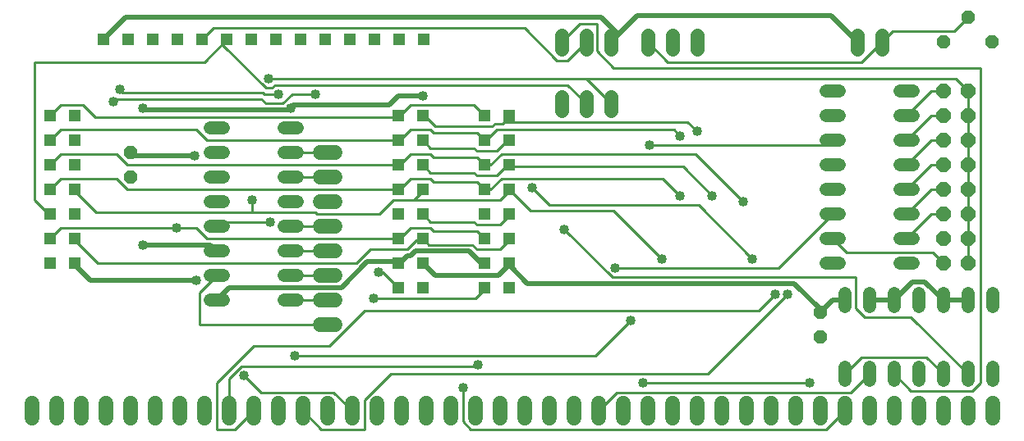
<source format=gtl>
G75*
%MOIN*%
%OFA0B0*%
%FSLAX24Y24*%
%IPPOS*%
%LPD*%
%AMOC8*
5,1,8,0,0,1.08239X$1,22.5*
%
%ADD10C,0.0600*%
%ADD11OC8,0.0600*%
%ADD12OC8,0.0520*%
%ADD13C,0.0520*%
%ADD14R,0.0515X0.0515*%
%ADD15C,0.0560*%
%ADD16C,0.0200*%
%ADD17C,0.0400*%
%ADD18C,0.0100*%
D10*
X000680Y000880D02*
X000680Y001480D01*
X001680Y001480D02*
X001680Y000880D01*
X002680Y000880D02*
X002680Y001480D01*
X003680Y001480D02*
X003680Y000880D01*
X004680Y000880D02*
X004680Y001480D01*
X005680Y001480D02*
X005680Y000880D01*
X006680Y000880D02*
X006680Y001480D01*
X007680Y001480D02*
X007680Y000880D01*
X008680Y000880D02*
X008680Y001480D01*
X009680Y001480D02*
X009680Y000880D01*
X010680Y000880D02*
X010680Y001480D01*
X011680Y001480D02*
X011680Y000880D01*
X012680Y000880D02*
X012680Y001480D01*
X013680Y001480D02*
X013680Y000880D01*
X014680Y000880D02*
X014680Y001480D01*
X015680Y001480D02*
X015680Y000880D01*
X016680Y000880D02*
X016680Y001480D01*
X017680Y001480D02*
X017680Y000880D01*
X018680Y000880D02*
X018680Y001480D01*
X019680Y001480D02*
X019680Y000880D01*
X020680Y000880D02*
X020680Y001480D01*
X021680Y001480D02*
X021680Y000880D01*
X022680Y000880D02*
X022680Y001480D01*
X023680Y001480D02*
X023680Y000880D01*
X024680Y000880D02*
X024680Y001480D01*
X025680Y001480D02*
X025680Y000880D01*
X026680Y000880D02*
X026680Y001480D01*
X027680Y001480D02*
X027680Y000880D01*
X028680Y000880D02*
X028680Y001480D01*
X029680Y001480D02*
X029680Y000880D01*
X030680Y000880D02*
X030680Y001480D01*
X031680Y001480D02*
X031680Y000880D01*
X032680Y000880D02*
X032680Y001480D01*
X033680Y001480D02*
X033680Y000880D01*
X034680Y000880D02*
X034680Y001480D01*
X035680Y001480D02*
X035680Y000880D01*
X036680Y000880D02*
X036680Y001480D01*
X037680Y001480D02*
X037680Y000880D01*
X038680Y000880D02*
X038680Y001480D01*
X039680Y001480D02*
X039680Y000880D01*
X012980Y004680D02*
X012380Y004680D01*
X012380Y005680D02*
X012980Y005680D01*
X012980Y006680D02*
X012380Y006680D01*
X012380Y007680D02*
X012980Y007680D01*
X012980Y008680D02*
X012380Y008680D01*
X012380Y009680D02*
X012980Y009680D01*
X012980Y010680D02*
X012380Y010680D01*
X012380Y011680D02*
X012980Y011680D01*
D11*
X037680Y011180D03*
X038680Y011180D03*
X038680Y010180D03*
X037680Y010180D03*
X037680Y009180D03*
X038680Y009180D03*
X038680Y008180D03*
X037680Y008180D03*
X037680Y007180D03*
X038680Y007180D03*
X038680Y012180D03*
X037680Y012180D03*
X037680Y013180D03*
X038680Y013180D03*
X038680Y014180D03*
X037680Y014180D03*
D12*
X037690Y016180D03*
X039670Y016180D03*
X038680Y017180D03*
X032680Y005180D03*
X032680Y004180D03*
X004680Y010680D03*
X004680Y011680D03*
D13*
X007920Y011680D02*
X008440Y011680D01*
X008440Y012680D02*
X007920Y012680D01*
X010920Y012680D02*
X011440Y012680D01*
X011440Y011680D02*
X010920Y011680D01*
X010920Y010680D02*
X011440Y010680D01*
X011440Y009680D02*
X010920Y009680D01*
X010920Y008680D02*
X011440Y008680D01*
X011440Y007680D02*
X010920Y007680D01*
X010920Y006680D02*
X011440Y006680D01*
X011440Y005680D02*
X010920Y005680D01*
X008440Y005680D02*
X007920Y005680D01*
X007920Y006680D02*
X008440Y006680D01*
X008440Y007680D02*
X007920Y007680D01*
X007920Y008680D02*
X008440Y008680D01*
X008440Y009680D02*
X007920Y009680D01*
X007920Y010680D02*
X008440Y010680D01*
X032920Y010180D02*
X033440Y010180D01*
X033440Y009180D02*
X032920Y009180D01*
X032920Y008180D02*
X033440Y008180D01*
X033440Y007180D02*
X032920Y007180D01*
X033680Y005940D02*
X033680Y005420D01*
X034680Y005420D02*
X034680Y005940D01*
X035680Y005940D02*
X035680Y005420D01*
X036680Y005420D02*
X036680Y005940D01*
X037680Y005940D02*
X037680Y005420D01*
X038680Y005420D02*
X038680Y005940D01*
X039680Y005940D02*
X039680Y005420D01*
X036440Y007180D02*
X035920Y007180D01*
X035920Y008180D02*
X036440Y008180D01*
X036440Y009180D02*
X035920Y009180D01*
X035920Y010180D02*
X036440Y010180D01*
X036440Y011180D02*
X035920Y011180D01*
X035920Y012180D02*
X036440Y012180D01*
X036440Y013180D02*
X035920Y013180D01*
X035920Y014180D02*
X036440Y014180D01*
X033440Y014180D02*
X032920Y014180D01*
X032920Y013180D02*
X033440Y013180D01*
X033440Y012180D02*
X032920Y012180D01*
X032920Y011180D02*
X033440Y011180D01*
X033680Y002940D02*
X033680Y002420D01*
X034680Y002420D02*
X034680Y002940D01*
X035680Y002940D02*
X035680Y002420D01*
X036680Y002420D02*
X036680Y002940D01*
X037680Y002940D02*
X037680Y002420D01*
X038680Y002420D02*
X038680Y002940D01*
X039680Y002940D02*
X039680Y002420D01*
D14*
X020065Y006174D03*
X019065Y006174D03*
X019065Y007174D03*
X020065Y007174D03*
X020065Y008174D03*
X019065Y008174D03*
X019065Y009174D03*
X020065Y009174D03*
X020065Y010174D03*
X019065Y010174D03*
X019065Y011174D03*
X020065Y011174D03*
X020065Y012174D03*
X019065Y012174D03*
X019065Y013174D03*
X020065Y013174D03*
X016565Y013174D03*
X015565Y013174D03*
X015565Y012174D03*
X016565Y012174D03*
X016565Y011174D03*
X015565Y011174D03*
X015565Y010174D03*
X016565Y010174D03*
X016565Y009174D03*
X015565Y009174D03*
X015565Y008174D03*
X016565Y008174D03*
X016565Y007174D03*
X015565Y007174D03*
X015565Y006174D03*
X016565Y006174D03*
X002415Y007174D03*
X001415Y007174D03*
X001415Y008174D03*
X002415Y008174D03*
X002415Y009174D03*
X001415Y009174D03*
X001415Y010174D03*
X002415Y010174D03*
X002415Y011174D03*
X001415Y011174D03*
X001415Y012174D03*
X002415Y012174D03*
X002415Y013174D03*
X001415Y013174D03*
X003581Y016280D03*
X004581Y016280D03*
X005581Y016280D03*
X006581Y016280D03*
X007581Y016280D03*
X008581Y016280D03*
X009581Y016280D03*
X010581Y016280D03*
X011581Y016280D03*
X012581Y016280D03*
X013581Y016280D03*
X014581Y016280D03*
X015581Y016280D03*
X016581Y016280D03*
D15*
X022180Y016460D02*
X022180Y015900D01*
X023180Y015900D02*
X023180Y016460D01*
X024180Y016460D02*
X024180Y015900D01*
X025680Y015900D02*
X025680Y016460D01*
X026680Y016460D02*
X026680Y015900D01*
X027680Y015900D02*
X027680Y016460D01*
X024180Y013960D02*
X024180Y013400D01*
X023180Y013400D02*
X023180Y013960D01*
X022180Y013960D02*
X022180Y013400D01*
X034180Y015900D02*
X034180Y016460D01*
X035180Y016460D02*
X035180Y015900D01*
D16*
X034180Y016180D02*
X033118Y017243D01*
X025243Y017243D01*
X024180Y016180D01*
X024430Y016555D01*
X023805Y017180D01*
X004493Y017180D01*
X003618Y016305D01*
X003581Y016280D01*
X005180Y013493D02*
X005243Y013430D01*
X011118Y013430D01*
X011180Y013493D01*
X011305Y013618D01*
X015180Y013618D01*
X015555Y013993D01*
X016555Y013993D01*
X007305Y011555D02*
X004805Y011555D01*
X004680Y011680D01*
X005180Y007930D02*
X007930Y007930D01*
X008180Y007680D01*
X007368Y006493D02*
X003055Y006493D01*
X002430Y007118D01*
X002415Y007174D01*
X008180Y005680D02*
X008680Y006180D01*
X013243Y006180D01*
X014305Y007243D01*
X015493Y007243D01*
X015565Y007174D01*
X015618Y007180D01*
X015930Y007493D01*
X016055Y007493D01*
X016243Y007680D01*
X018430Y007680D01*
X018930Y007180D01*
X019055Y007180D01*
X019065Y007174D01*
X019618Y006680D02*
X020055Y007118D01*
X020065Y007174D01*
X020118Y007055D01*
X020805Y006368D01*
X031618Y006368D01*
X032680Y005305D01*
X032680Y005180D01*
X033180Y005680D01*
X033680Y005680D01*
X034680Y005680D02*
X035680Y005680D01*
X036430Y006430D01*
X036930Y006430D01*
X037680Y005680D01*
X038680Y005680D01*
X019618Y006680D02*
X017055Y006680D01*
X016618Y007118D01*
X016565Y007174D01*
D17*
X014743Y006805D03*
X014555Y005743D03*
X011368Y003430D03*
X009305Y002618D03*
X007368Y006493D03*
X005180Y007930D03*
X006555Y008618D03*
X009618Y009743D03*
X010368Y008868D03*
X007305Y011555D03*
X005180Y013493D03*
X003993Y013743D03*
X004243Y014243D03*
X010305Y014680D03*
X010680Y014055D03*
X011180Y013493D03*
X012180Y014055D03*
X016555Y013993D03*
X020993Y010243D03*
X022305Y008555D03*
X024368Y006993D03*
X026243Y007368D03*
X029930Y007368D03*
X030868Y005930D03*
X031368Y005930D03*
X024993Y004868D03*
X025493Y002305D03*
X018805Y003055D03*
X018180Y002118D03*
X032243Y002305D03*
X029555Y009680D03*
X028305Y009930D03*
X026993Y009930D03*
X025743Y011993D03*
X026993Y012368D03*
X027680Y012555D03*
D18*
X027305Y012930D01*
X019930Y012930D01*
X020065Y013174D01*
X020055Y013118D01*
X019805Y012868D01*
X019493Y012868D01*
X019368Y012743D01*
X017055Y012743D01*
X016680Y013118D01*
X016618Y013118D01*
X016565Y013174D01*
X016055Y013618D02*
X015618Y013180D01*
X015565Y013174D01*
X015555Y013118D01*
X003243Y013118D01*
X002743Y013618D01*
X001868Y013618D01*
X001430Y013180D01*
X001415Y013174D01*
X001868Y012618D02*
X007368Y012618D01*
X007805Y012180D01*
X015555Y012180D01*
X015565Y012174D01*
X015618Y012180D01*
X016055Y012618D01*
X016868Y012618D01*
X016993Y012493D01*
X018743Y012493D01*
X019055Y012180D01*
X019065Y012174D01*
X019118Y012180D01*
X019555Y012618D01*
X026743Y012618D01*
X026993Y012368D01*
X025743Y011993D02*
X032993Y011993D01*
X033180Y012180D01*
X036180Y012180D02*
X037180Y013180D01*
X037680Y013180D01*
X038680Y013180D02*
X038680Y012180D01*
X038680Y011180D01*
X038680Y010180D01*
X038680Y009180D01*
X038680Y008180D01*
X038680Y007180D01*
X037680Y007180D02*
X037243Y007618D01*
X033743Y007618D01*
X033180Y008180D01*
X033180Y009180D02*
X030993Y006993D01*
X024368Y006993D01*
X024243Y006618D02*
X022305Y008555D01*
X020930Y009305D02*
X020118Y010118D01*
X020065Y010174D01*
X020055Y010118D01*
X019680Y009743D01*
X016243Y009743D01*
X016211Y009774D01*
X016180Y009743D01*
X015368Y009743D01*
X014805Y009180D01*
X012243Y009180D01*
X012180Y009243D01*
X009618Y009243D01*
X009618Y009743D01*
X009618Y009243D02*
X003305Y009243D01*
X002430Y010118D01*
X002415Y010174D01*
X001868Y010618D02*
X001430Y010180D01*
X001415Y010174D01*
X000805Y009743D02*
X000805Y015368D01*
X007680Y015368D01*
X008555Y016243D01*
X008581Y016280D01*
X008430Y016055D01*
X010180Y014305D01*
X010430Y014305D01*
X010555Y014430D01*
X022430Y014430D01*
X023180Y013680D01*
X023211Y014649D02*
X024180Y013680D01*
X023243Y014680D02*
X023211Y014649D01*
X023180Y014680D01*
X010305Y014680D01*
X010055Y014118D02*
X010118Y014055D01*
X010680Y014055D01*
X010868Y013680D02*
X011243Y014055D01*
X012180Y014055D01*
X010868Y013680D02*
X010180Y013680D01*
X009993Y013868D01*
X004118Y013868D01*
X003993Y013743D01*
X004368Y014118D02*
X010055Y014118D01*
X007618Y016305D02*
X007581Y016280D01*
X007618Y016305D02*
X008055Y016743D01*
X020680Y016743D01*
X021993Y015430D01*
X022430Y015430D01*
X023180Y016180D01*
X023618Y015805D02*
X023618Y016930D01*
X022930Y016930D01*
X022180Y016180D01*
X023618Y015805D02*
X024305Y015118D01*
X039180Y015118D01*
X039180Y002305D01*
X038868Y001993D01*
X036368Y001993D01*
X035680Y002680D01*
X034680Y002680D02*
X033930Y001930D01*
X024430Y001930D01*
X023680Y001180D01*
X025493Y002305D02*
X032243Y002305D01*
X033680Y002680D02*
X034368Y003368D01*
X036993Y003368D01*
X037680Y002680D01*
X038680Y002680D02*
X036368Y004993D01*
X034493Y004993D01*
X034118Y005368D01*
X034118Y006618D01*
X024243Y006618D01*
X026243Y007368D02*
X024305Y009305D01*
X020930Y009305D01*
X021680Y009555D02*
X020993Y010243D01*
X019743Y010618D02*
X019305Y010180D01*
X019118Y010180D01*
X019065Y010174D01*
X019055Y010180D01*
X018743Y010493D01*
X016993Y010493D01*
X016868Y010618D01*
X016055Y010618D01*
X015618Y010180D01*
X015565Y010174D01*
X015555Y010180D01*
X004555Y010180D01*
X004118Y010618D01*
X001868Y010618D01*
X001430Y011180D02*
X001415Y011174D01*
X001430Y011180D02*
X001868Y011618D01*
X004118Y011618D01*
X004555Y011180D01*
X015555Y011180D01*
X015565Y011174D01*
X015618Y011180D01*
X016055Y011618D01*
X016868Y011618D01*
X016993Y011493D01*
X018743Y011493D01*
X019055Y011180D01*
X019065Y011174D01*
X019118Y011180D01*
X019305Y011180D01*
X019743Y011618D01*
X027618Y011618D01*
X029555Y009680D01*
X028305Y009930D02*
X027118Y011118D01*
X020118Y011118D01*
X020065Y011174D01*
X020055Y011118D01*
X019930Y011118D01*
X019555Y010743D01*
X018743Y010743D01*
X018618Y010868D01*
X016868Y010868D01*
X016618Y011118D01*
X016565Y011174D01*
X016868Y011868D02*
X018618Y011868D01*
X018743Y011743D01*
X019555Y011743D01*
X019930Y012118D01*
X020055Y012118D01*
X020065Y012174D01*
X019065Y013174D02*
X019055Y013180D01*
X018618Y013618D01*
X016055Y013618D01*
X016565Y012174D02*
X016618Y012118D01*
X016868Y011868D01*
X019743Y010618D02*
X026305Y010618D01*
X026993Y009930D01*
X027743Y009555D02*
X021680Y009555D01*
X020065Y009174D02*
X020055Y009118D01*
X019680Y008743D01*
X018743Y008743D01*
X018618Y008868D01*
X016868Y008868D01*
X016618Y009118D01*
X016565Y009174D01*
X016868Y008618D02*
X016055Y008618D01*
X015618Y008180D01*
X015565Y008174D01*
X015555Y008180D01*
X007805Y008180D01*
X007368Y008618D01*
X006555Y008618D01*
X001868Y008618D01*
X001430Y008180D01*
X001415Y008174D01*
X002415Y008174D02*
X002430Y008118D01*
X003368Y007180D01*
X013868Y007180D01*
X014430Y007743D01*
X015930Y007743D01*
X016305Y008118D01*
X016555Y008118D01*
X016565Y008174D01*
X016618Y008118D01*
X016805Y007930D01*
X018555Y007930D01*
X018743Y007743D01*
X019680Y007743D01*
X020055Y008118D01*
X020065Y008174D01*
X019065Y008174D02*
X019055Y008180D01*
X018743Y008493D01*
X016993Y008493D01*
X016868Y008618D01*
X016211Y009774D02*
X016555Y010118D01*
X016565Y010174D01*
X012680Y010680D02*
X011180Y010680D01*
X011180Y011680D02*
X012680Y011680D01*
X010368Y008868D02*
X008368Y008868D01*
X008180Y008680D01*
X011180Y008680D02*
X012680Y008680D01*
X012680Y007680D02*
X011180Y007680D01*
X011180Y006680D02*
X012680Y006680D01*
X014743Y006805D02*
X014930Y006805D01*
X015555Y006180D01*
X015565Y006174D01*
X014555Y005743D02*
X018680Y005743D01*
X019055Y006118D01*
X019065Y006174D01*
X014180Y005243D02*
X012743Y003805D01*
X009680Y003805D01*
X008180Y002305D01*
X008180Y000430D01*
X008930Y000430D01*
X009680Y001180D01*
X008680Y001180D02*
X008680Y002493D01*
X009180Y002993D01*
X018743Y002993D01*
X018805Y003055D01*
X018180Y002118D02*
X018180Y000743D01*
X018493Y000430D01*
X032930Y000430D01*
X033680Y001180D01*
X031368Y005930D02*
X028118Y002680D01*
X015243Y002680D01*
X014180Y001618D01*
X014180Y000430D01*
X012430Y000430D01*
X011680Y001180D01*
X012930Y001930D02*
X009993Y001930D01*
X009305Y002618D01*
X011368Y003430D02*
X023555Y003430D01*
X024993Y004868D01*
X030180Y005243D02*
X014180Y005243D01*
X012680Y005680D02*
X011180Y005680D01*
X012680Y004680D02*
X007493Y004680D01*
X007493Y005993D01*
X008180Y006680D01*
X001415Y009174D02*
X001368Y009180D01*
X000805Y009743D01*
X001415Y012174D02*
X001430Y012180D01*
X001868Y012618D01*
X004243Y014243D02*
X004368Y014118D01*
X023243Y014680D02*
X038180Y014680D01*
X038680Y014180D01*
X038680Y013180D01*
X037680Y012180D02*
X037180Y012180D01*
X036180Y011180D01*
X037180Y011180D02*
X037680Y011180D01*
X037180Y011180D02*
X036180Y010180D01*
X037180Y010180D02*
X037680Y010180D01*
X037180Y010180D02*
X036180Y009180D01*
X037180Y009180D02*
X037680Y009180D01*
X037180Y009180D02*
X036180Y008180D01*
X030868Y005930D02*
X030180Y005243D01*
X029930Y007368D02*
X027743Y009555D01*
X036180Y013180D02*
X037180Y014180D01*
X037680Y014180D01*
X035180Y016180D02*
X034368Y015368D01*
X026493Y015368D01*
X025680Y016180D01*
X035180Y016180D02*
X035618Y016618D01*
X038118Y016618D01*
X038680Y017180D01*
X013680Y001180D02*
X012930Y001930D01*
M02*

</source>
